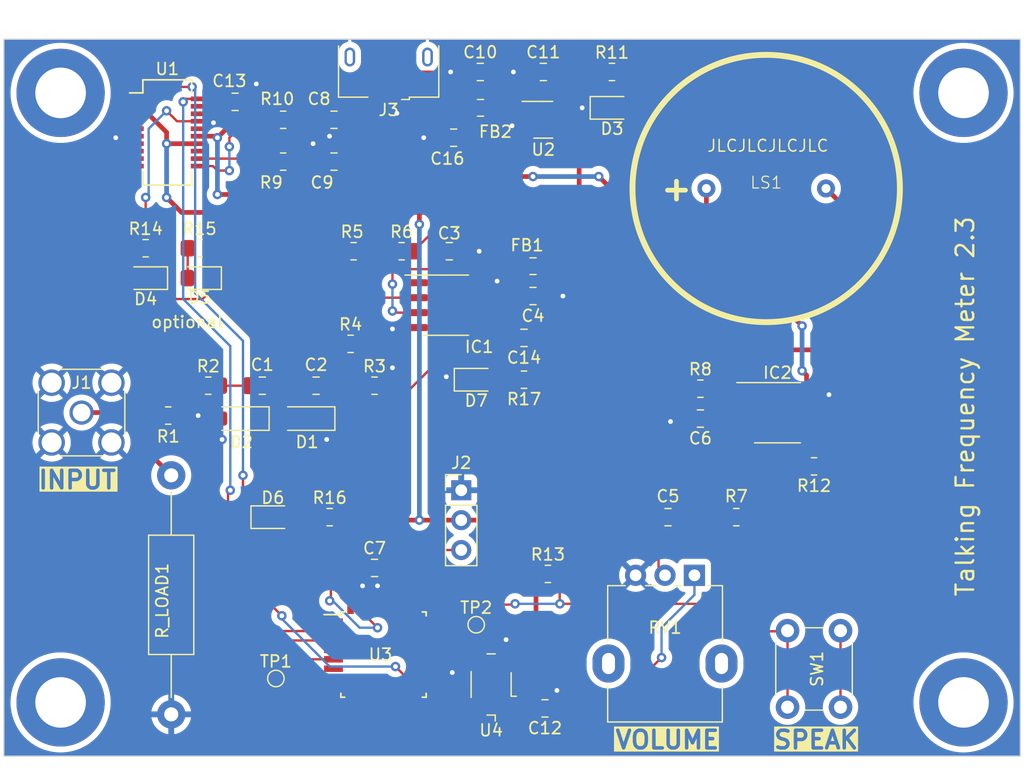
<source format=kicad_pcb>
(kicad_pcb (version 20221018) (generator pcbnew)
  (layers (0 "F.Cu" signal) (31 "B.Cu" signal) (34 "B.Paste" user) (35 "F.Paste" user) (36 "B.SilkS" user "B.Silkscreen") (37 "F.SilkS" user "F.Silkscreen") (38 "B.Mask" user) (39 "F.Mask" user) (44 "Edge.Cuts" user))
  (net 0 "")
  (net 1 "Net-(D1-A)")
  (net 2 "Net-(C1-Pad2)")
  (net 3 "Net-(IC1--IN)")
  (net 4 "Net-(IC1-+IN)")
  (net 5 "GND")
  (net 6 "Net-(IC1-V+)")
  (net 7 "Net-(C5-Pad1)")
  (net 8 "Net-(C5-Pad2)")
  (net 9 "Net-(IC2-+IN)")
  (net 10 "VCC")
  (net 11 "Net-(C8-Pad1)")
  (net 12 "Net-(C9-Pad2)")
  (net 13 "+5V")
  (net 14 "Net-(C14-Pad1)")
  (net 15 "COMP_OUT")
  (net 16 "Net-(C16-Pad2)")
  (net 17 "Net-(D3-A)")
  (net 18 "Net-(D4-K)")
  (net 19 "Net-(D4-A)")
  (net 20 "Net-(D5-K)")
  (net 21 "Net-(D5-A)")
  (net 22 "Net-(D6-K)")
  (net 23 "Net-(D6-A)")
  (net 24 "Net-(D7-A)")
  (net 27 "Net-(IC2-SHUTDOWN)")
  (net 28 "Net-(IC2--IN)")
  (net 29 "Net-(IC2-VO1)")
  (net 30 "Net-(IC2-VO2)")
  (net 31 "Net-(J1-In)")
  (net 32 "Net-(J2-Pin_3)")
  (net 34 "Net-(U1-USBDM)")
  (net 35 "Net-(U1-USBDP)")
  (net 36 "Net-(U3-PF5)")
  (net 37 "DAC")
  (net 38 "unconnected-(SW1-Pad1)")
  (net 39 "Net-(U3-PA7)")
  (net 40 "Net-(U3-XTAL32K1{slash}PF0)")
  (net 43 "MCU_TX")
  (net 51 "MCU_RX")
  (footprint "MountingHole:MountingHole_4.3mm_M4_DIN965_Pad" (layer "F.Cu") (at 55.626 55.372)
    (fp_text reference "H1" hide)
    (fp_text value "MountingHole")
  )
  (footprint "Resistor_THT:R_Axial_DIN0411_L9.9mm_D3.6mm_P20.32mm_Horizontal" (layer "F.Cu") (at 65.024 87.884 -90)
    (fp_text reference "R_LOAD1")
    (fp_text value "50")
  )
  (footprint "LED_SMD:LED_0805_2012Metric_Pad1.15x1.40mm_HandSolder" (layer "F.Cu") (at 67.424 71.12 180)
    (fp_text reference "D5")
    (fp_text value "TX_LED")
  )
  (footprint "Inductor_SMD:L_0805_2012Metric_Pad1.15x1.40mm_HandSolder" (layer "F.Cu") (at 95.758 70.104 180)
    (fp_text reference "FB1")
    (fp_text value "Ferrite")
  )
  (footprint "Resistor_SMD:R_0805_2012Metric_Pad1.20x1.40mm_HandSolder" (layer "F.Cu") (at 82.296 80.264)
    (fp_text reference "R3")
    (fp_text value "10k")
  )
  (footprint "LED_SMD:LED_0805_2012Metric_Pad1.15x1.40mm_HandSolder" (layer "F.Cu") (at 102.476 56.642)
    (fp_text reference "D3")
    (fp_text value "LED_PWR")
  )
  (footprint "Package_TO_SOT_SMD:SOT-23-5" (layer "F.Cu") (at 96.634 57.658)
    (fp_text reference "U2")
    (fp_text value "AP2112K-3.3")
  )
  (footprint "Resistor_SMD:R_0805_2012Metric_Pad1.20x1.40mm_HandSolder" (layer "F.Cu") (at 67.424 68.58)
    (fp_text reference "R15")
    (fp_text value "10k")
  )
  (footprint "Resistor_SMD:R_0805_2012Metric_Pad1.20x1.40mm_HandSolder" (layer "F.Cu") (at 74.536 57.658)
    (fp_text reference "R10")
    (fp_text value "27")
  )
  (footprint "Resistor_SMD:R_0805_2012Metric_Pad1.20x1.40mm_HandSolder" (layer "F.Cu") (at 78.486 91.44)
    (fp_text reference "R16")
    (fp_text value "10k")
  )
  (footprint "Package_SO:SSOP-20_3.9x8.7mm_P0.635mm" (layer "F.Cu") (at 64.69 58.7375)
    (fp_text reference "U1")
    (fp_text value "FT231XS")
  )
  (footprint "Capacitor_SMD:C_0805_2012Metric_Pad1.18x1.45mm_HandSolder" (layer "F.Cu") (at 107.2255 91.44 180)
    (fp_text reference "C5")
    (fp_text value ".1u")
  )
  (footprint "Capacitor_SMD:C_0805_2012Metric_Pad1.18x1.45mm_HandSolder" (layer "F.Cu") (at 95.758 72.644 180)
    (fp_text reference "C4")
    (fp_text value ".1u")
  )
  (footprint "Resistor_SMD:R_0805_2012Metric_Pad1.20x1.40mm_HandSolder" (layer "F.Cu") (at 113.03 91.44 180)
    (fp_text reference "R7")
    (fp_text value "10k")
  )
  (footprint "Package_QFP:TQFP-32_7x7mm_P0.8mm" (layer "F.Cu") (at 83.058 103.124)
    (fp_text reference "U3")
    (fp_text value "AVR64DD32")
  )
  (footprint "Resistor_SMD:R_0805_2012Metric_Pad1.20x1.40mm_HandSolder" (layer "F.Cu") (at 80.264 76.708)
    (fp_text reference "R4")
    (fp_text value "10k")
  )
  (footprint "Connector_USB:USB_Micro-B_Amphenol_10118193-0001LF_Horizontal" (layer "F.Cu") (at 83.496 52.324 180)
    (fp_text reference "J3")
    (fp_text value "UJ2-MIBH-G-SMT-TR")
  )
  (footprint "Package_SO:SOIC-8-1EP_3.9x4.9mm_P1.27mm_EP2.29x3mm" (layer "F.Cu") (at 116.524 82.562)
    (fp_text reference "IC2")
    (fp_text value "LM4862MX_NOPB")
  )
  (footprint "Package_SO:SOIC-8-1EP_3.9x4.9mm_P1.27mm_EP2.29x3mm" (layer "F.Cu") (at 88.33 73.418)
    (fp_text reference "IC1")
    (fp_text value "TLV3501AIDR")
  )
  (footprint "Capacitor_SMD:C_0805_2012Metric_Pad1.18x1.45mm_HandSolder" (layer "F.Cu") (at 89.014 59.182)
    (fp_text reference "C16")
    (fp_text value ".1u")
  )
  (footprint "MountingHole:MountingHole_4.3mm_M4_DIN965_Pad" (layer "F.Cu") (at 55.626 107.188)
    (fp_text reference "H3" hide)
    (fp_text value "MountingHole")
  )
  (footprint "MountingHole:MountingHole_4.3mm_M4_DIN965_Pad" (layer "F.Cu") (at 132.334 55.372)
    (fp_text reference "H2" hide)
    (fp_text value "MountingHole")
  )
  (footprint "Resistor_SMD:R_0805_2012Metric_Pad1.20x1.40mm_HandSolder" (layer "F.Cu") (at 97.028 96.266)
    (fp_text reference "R13")
    (fp_text value "10k")
  )
  (footprint "Resistor_SMD:R_0805_2012Metric_Pad1.20x1.40mm_HandSolder" (layer "F.Cu") (at 109.982 80.518)
    (fp_text reference "R8")
    (fp_text value "10k")
  )
  (footprint "Capacitor_SMD:C_0805_2012Metric_Pad1.18x1.45mm_HandSolder" (layer "F.Cu") (at 96.774 107.696 180)
    (fp_text reference "C12")
    (fp_text value ".1u")
  )
  (footprint "Capacitor_SMD:C_0805_2012Metric_Pad1.18x1.45mm_HandSolder" (layer "F.Cu") (at 77.33 80.264 180)
    (fp_text reference "C2")
    (fp_text value ".1u")
  )
  (footprint "TestPoint:TestPoint_Pad_D1.0mm" (layer "F.Cu") (at 90.932 100.584)
    (fp_text reference "TP2")
    (fp_text value "10MHz")
  )
  (footprint "LED_SMD:LED_0805_2012Metric_Pad1.15x1.40mm_HandSolder" (layer "F.Cu") (at 90.932 79.756)
    (fp_text reference "D7")
    (fp_text value "LED_SIG")
  )
  (footprint "Resistor_SMD:R_0805_2012Metric_Pad1.20x1.40mm_HandSolder" (layer "F.Cu") (at 74.536 61.214 180)
    (fp_text reference "R9")
    (fp_text value "27")
  )
  (footprint "Capacitor_SMD:C_0805_2012Metric_Pad1.18x1.45mm_HandSolder" (layer "F.Cu") (at 109.982 83.058 180)
    (fp_text reference "C6")
    (fp_text value ".1u")
  )
  (footprint "Potentiometer_THT:Potentiometer_Alpha_RD901F-40-00D_Single_Vertical" (layer "F.Cu") (at 109.474 96.383 -90)
    (fp_text reference "RV1")
    (fp_text value "R_VOL")
  )
  (footprint "Inductor_SMD:L_0805_2012Metric_Pad1.15x1.40mm_HandSolder" (layer "F.Cu") (at 91.3 56.642 180)
    (fp_text reference "FB2")
    (fp_text value "Ferrite")
  )
  (footprint "TestPoint:TestPoint_Pad_D1.0mm" (layer "F.Cu") (at 73.914 105.156)
    (fp_text reference "TP1")
    (fp_text value "CKOUT")
  )
  (footprint "Resistor_SMD:R_0805_2012Metric_Pad1.20x1.40mm_HandSolder" (layer "F.Cu") (at 119.634 87.122 180)
    (fp_text reference "R12")
    (fp_text value "10k")
  )
  (footprint "Oscillator:Oscillator_SMD_Fox_FT5H_5.0x3.2mm" (layer "F.Cu") (at 92.202 105.664 180)
    (fp_text reference "U4")
    (fp_text value "FT5HV")
  )
  (footprint "LED_SMD:LED_0805_2012Metric_Pad1.15x1.40mm_HandSolder" (layer "F.Cu") (at 73.66 91.44)
    (fp_text reference "D6")
    (fp_text value "LED_STATUS")
  )
  (footprint "Resistor_SMD:R_0805_2012Metric_Pad1.20x1.40mm_HandSolder" (layer "F.Cu") (at 64.77 82.804)
    (fp_text reference "R1")
    (fp_text value "100k")
  )
  (footprint "Resistor_SMD:R_0805_2012Metric_Pad1.20x1.40mm_HandSolder" (layer "F.Cu") (at 94.996 79.756 180)
    (fp_text reference "R17")
    (fp_text value "10k")
  )
  (footprint "Capacitor_SMD:C_0805_2012Metric_Pad1.18x1.45mm_HandSolder" (layer "F.Cu") (at 72.758 80.264 180)
    (fp_text reference "C1")
    (fp_text value ".1u")
  )
  (footprint "Capacitor_SMD:C_0805_2012Metric_Pad1.18x1.45mm_HandSolder" (layer "F.Cu") (at 78.854 57.658 180)
    (fp_text reference "C8")
    (fp_text value "47p")
  )
  (footprint "Capacitor_SMD:C_0805_2012Metric_Pad1.18x1.45mm_HandSolder" (layer "F.Cu") (at 91.2785 53.594)
    (fp_text reference "C10")
    (fp_text value ".1u")
  )
  (footprint "Resistor_SMD:R_0805_2012Metric_Pad1.20x1.40mm_HandSolder" (layer "F.Cu") (at 102.467 53.594)
    (fp_text reference "R11")
    (fp_text value "10k")
  )
  (footprint "Capacitor_SMD:C_0805_2012Metric_Pad1.18x1.45mm_HandSolder" (layer "F.Cu") (at 88.646 68.834)
    (fp_text reference "C3")
    (fp_text value ".1u")
  )
  (footprint "Resistor_SMD:R_0805_2012Metric_Pad1.20x1.40mm_HandSolder" (layer "F.Cu") (at 62.852 68.58)
    (fp_text reference "R14")
    (fp_text value "10k")
  )
  (footprint "Capacitor_SMD:C_0805_2012Metric_Pad1.18x1.45mm_HandSolder" (layer "F.Cu") (at 94.996 76.2 180)
    (fp_text reference "C14")
    (fp_text value ".1u")
  )
  (footprint "MountingHole:MountingHole_4.3mm_M4_DIN965_Pad" (layer "F.Cu") (at 132.334 107.188)
    (fp_text reference "H4" hide)
    (fp_text value "MountingHole")
  )
  (footprint "Connector_Coaxial:SMA_Amphenol_132134_Vertical" (layer "F.Cu") (at 57.404 82.55)
    (fp_text reference "J1")
    (fp_text value "Conn_Coaxial")
  )
  (footprint "Diode_SMD:D_SOD-123" (layer "F.Cu") (at 70.98 83.058 180)
    (fp_text reference "D2")
    (fp_text value "D")
  )
  (footprint "Resistor_SMD:R_0805_2012Metric_Pad1.20x1.40mm_HandSolder" (layer "F.Cu") (at 68.17 80.264)
    (fp_text reference "R2")
    (fp_text value "1k")
  )
  (footprint "Capacitor_SMD:C_0805_2012Metric_Pad1.18x1.45mm_HandSolder" (layer "F.Cu") (at 96.634 53.594)
    (fp_text reference "C11")
    (fp_text value ".1u")
  )
  (footprint "Connector_PinHeader_2.54mm:PinHeader_1x03_P2.54mm_Vertical" (layer "F.Cu") (at 89.662 89.154)
    (fp_text reference "J2")
    (fp_text value "PROG")
  )
  (footprint "Button_Switch_THT:SW_PUSH_6mm_H5mm" (layer "F.Cu") (at 121.884 101.092 -90)
    (fp_text reference "SW1")
    (fp_text value "SW_MEC_5E")
  )
  (footprint "Resistor_SMD:R_0805_2012Metric_Pad1.20x1.40mm_HandSolder" (layer "F.Cu") (at 80.518 68.834 180)
    (fp_text reference "R5")
    (fp_text value "10k")
  )
  (footprint "Capacitor_SMD:C_0805_2012Metric_Pad1.18x1.45mm_HandSolder" (layer "F.Cu") (at 82.296 95.758)
    (fp_text reference "C7")
    (fp_text value ".1u")
  )
  (footprint "Diode_SMD:D_SOD-123" (layer "F.Cu") (at 76.568 83.058 180)
    (fp_text reference "D1")
    (fp_text value "D")
  )
  (footprint "LED_SMD:LED_0805_2012Metric_Pad1.15x1.40mm_HandSolder" (layer "F.Cu") (at 62.852 71.12 180)
    (fp_text reference "D4")
    (fp_text value "RX_LED")
  )
  (footprint "Library:speaker SM231508" (layer "F.Cu") (at 115.57 63.5)
    (fp_text reference "LS1")
    (fp_text value "Speaker")
  )
  (footprint "Capacitor_SMD:C_0805_2012Metric_Pad1.18x1.45mm_HandSolder" (layer "F.Cu") (at 70.4505 56.134 180)
    (fp_text reference "C13")
    (fp_text value ".1u")
  )
  (footprint "Resistor_SMD:R_0805_2012Metric_Pad1.20x1.40mm_HandSolder" (layer "F.Cu") (at 84.598 68.834 180)
    (fp_text reference "R6")
    (fp_text value "10k")
  )
  (footprint "Capacitor_SMD:C_0805_2012Metric_Pad1.18x1.45mm_HandSolder" (layer "F.Cu") (at 78.854 61.214)
    (fp_text reference "C9")
    (fp_text value "47p")
  )
  (gr_rect (start 50.8 50.8) (end 137.16 111.76) (stroke (width 0.1)) (fill none) (layer "Edge.Cuts"))
  (gr_text "optional" (at 63.246 75.438) (layer "F.SilkS") (effects (font (size 1 1)) (justify left bottom)))
  (gr_text "SPEAK" (at 116.078 111.252) (layer "F.SilkS" knockout) (effects (font (size 1.5 1.5) (thickness 0.3) bold) (justify left bottom)))
  (gr_text "VOLUME" (at 102.616 111.252) (layer "F.SilkS" knockout) (effects (font (size 1.5 1.5) (thickness 0.3) bold) (justify left bottom)))
  (gr_text "INPUT" (at 53.594 89.154) (layer "F.SilkS" knockout) (effects (font (size 1.5 1.5) (thickness 0.3) bold) (justify left bottom)))
  (gr_text "JLCJLCJLCJLC" (at 110.49 60.452) (layer "F.SilkS") (effects (font (size 1 1) (thickness 0.125)) (justify left bottom)))
  (gr_text "Talking Frequency Meter 2.3" (at 133.35 98.298 90) (layer "F.SilkS") (effects (font (size 1.5 1.5) (thickness 0.2) bold) (justify left bottom)))
  (segment (start 76.2925 80.264) (end 73.7955 80.264) (width 0.2) (layer "F.Cu") (net 1))
  (segment (start 73.774 83.058) (end 74.918 83.058) (width 0.2) (layer "F.Cu") (net 1))
  (segment (start 73.7955 83.0365) (end 73.774 83.058) (width 0.2) (layer "F.Cu") (net 1))
  (segment (start 72.63 83.058) (end 73.774 83.058) (width 0.2) (layer "F.Cu") (net 1))
  (segment (start 73.7955 80.264) (end 73.7955 83.0365) (width 0.2) (layer "F.Cu") (net 1))
  (segment (start 69.17 80.264) (end 71.7205 80.264) (width 0.2) (layer "F.Cu") (net 2))
  (segment (start 81.264 76.708) (end 81.264 80.232) (width 0.2) (layer "F.Cu") (net 3))
  (segment (start 81.296 80.264) (end 78.3675 80.264) (width 0.2) (layer "F.Cu") (net 3))
  (segment (start 85.855 72.783) (end 82.411 72.783) (width 0.2) (layer "F.Cu") (net 3))
  (segment (start 82.411 72.783) (end 81.264 73.93) (width 0.2) (layer "F.Cu") (net 3))
  (segment (start 81.264 73.93) (end 81.264 76.708) (width 0.2) (layer "F.Cu") (net 3))
  (segment (start 81.264 80.232) (end 81.296 80.264) (width 0.2) (layer "F.Cu") (net 3))
  (segment (start 83.82 70.358) (end 87.122 70.358) (width 0.2) (layer "F.Cu") (net 4))
  (segment (start 87.6085 69.8715) (end 87.6085 68.834) (width 0.2) (layer "F.Cu") (net 4))
  (segment (start 81.518 68.834) (end 83.598 68.834) (width 0.2) (layer "F.Cu") (net 4))
  (segment (start 83.82 71.628) (end 83.82 70.358) (width 0.2) (layer "F.Cu") (net 4))
  (segment (start 85.855 74.053) (end 83.959 74.053) (width 0.2) (layer "F.Cu") (net 4))
  (segment (start 87.122 70.358) (end 87.6085 69.8715) (width 0.2) (layer "F.Cu") (net 4))
  (segment (start 83.959 74.053) (end 83.82 73.914) (width 0.2) (layer "F.Cu") (net 4))
  (segment (start 83.82 69.056) (end 83.82 70.358) (width 0.2) (layer "F.Cu") (net 4))
  (segment (start 83.598 68.834) (end 83.82 69.056) (width 0.2) (layer "F.Cu") (net 4))
  (via (at 83.82 73.914) (size 0.8) (drill 0.4) (layers "F.Cu" "B.Cu") (net 4))
  (via (at 83.82 71.628) (size 0.8) (drill 0.4) (layers "F.Cu" "B.Cu") (net 4))
  (segment (start 83.82 73.914) (end 83.82 71.628) (width 0.2) (layer "B.Cu") (net 4))
  (segment (start 67.31 82.804) (end 65.77 82.804) (width 0.2) (layer "F.Cu") (net 5))
  (segment (start 94.094 53.594) (end 95.5965 53.594) (width 0.2) (layer "F.Cu") (net 5))
  (segment (start 88.76 53.594) (end 90.241 53.594) (width 0.2) (layer "F.Cu") (net 5))
  (segment (start 97.8115 106.1935) (end 97.8115 107.696) (width 0.25) (layer "F.Cu") (net 5))
  (segment (start 62.09 59.055) (end 60.439 59.055) (width 0.4) (layer "F.Cu") (net 5))
  (segment (start 86.868 67.564) (end 88.4135 67.564) (width 0.2) (layer "F.Cu") (net 5))
  (segment (start 95.4965 57.658) (end 94.488 57.658) (width 0.2) (layer "F.Cu") (net 5))
  (segment (start 92.571 71.513) (end 90.805 71.513) (width 0.2) (layer "F.Cu") (net 5))
  (segment (start 84.146 57.0585) (end 84.146 54.999) (width 0.4) (layer "F.Cu") (net 5))
  (segment (start 88.576 104.324) (end 88.9 104.648) (width 0.2) (layer "F.Cu") (net 5))
  (segment (start 89.907 79.756) (end 88.646 79.756) (width 0.2) (layer "F.Cu") (net 5))
  (segment (start 101.451 56.642) (end 99.936 56.642) (width 0.2) (layer "F.Cu") (net 5))
  (segment (start 87.308 104.324) (end 88.576 104.324) (width 0.2) (layer "F.Cu") (net 5))
  (segment (start 83.82 75.438) (end 85.74 75.438) (width 0.2) (layer "F.Cu") (net 5))
  (segment (start 69.342 84.836) (end 69.342 83.07) (width 0.2) (layer "F.Cu") (net 5))
  (segment (start 78.218 83.058) (end 78.218 84.822) (width 0.2) (layer "F.Cu") (net 5))
  (segment (start 120.904 81.026) (end 120.003 81.927) (width 0.2) (layer "F.Cu") (net 5))
  (segment (start 94.488 57.658) (end 93.98 58.166) (width 0.2) (layer "F.Cu") (net 5))
  (segment (start 82.658 97.39) (end 82.55 97.282) (width 0.2) (layer "F.Cu") (net 5))
  (segment (start 93.472 101.854) (end 93.472 103.594) (width 0.2) (layer "F.Cu") (net 5))
  (segment (start 88.646 79.756) (end 88.392 79.502) (width 0.2) (layer "F.Cu") (net 5))
  (segment (start 69.342 83.07) (end 69.33 83.058) (width 0.2) (layer "F.Cu") (net 5))
  (segment (start 84.1955 57.108) (end 84.146 57.0585) (width 0.4) (layer "F.Cu") (net 5))
  (segment (start 84.146 54.999) (end 84.146 54.266893) (width 0.4) (layer "F.Cu") (net 5))
  (segment (start 93.472 103.594) (end 93.452 103.614) (width 0.2) (layer "F.Cu") (net 5))
  (segment (start 97.79 106.172) (end 97.8115 106.1935) (width 0.25) (layer "F.Cu") (net 5))
  (segment (start 82.658 98.874) (end 82.658 97.39) (width 0.2) (layer "F.Cu") (net 5))
  (segment (start 71.488 55.372) (end 72.25 54.61) (width 0.4) (layer "F.Cu") (net 5))
  (segment (start 84.146 54.266893) (end 84.738893 53.674) (width 0.4) (layer "F.Cu") (net 5))
  (segment (start 98.298 72.644) (end 96.7955 72.644) (width 0.25) (layer "F.Cu") (net 5))
  (segment (start 77.8165 58.3985) (end 77.8165 57.658) (width 0.2) (layer "F.Cu") (net 5))
  (segment (start 83.82 78.74) (end 83.82 79.74) (width 0.2) (layer "F.Cu") (net 5))
  (segment (start 92.71 71.374) (end 92.571 71.513) (width 0.2) (layer "F.Cu") (net 5))
  (segment (start 107.696 83.058) (end 107.442 83.312) (width 0.2) (layer "F.Cu") (net 5))
  (segment (start 78.473 59.055) (end 77.8165 58.3985) (width 0.2) (layer "F.Cu") (net 5))
  (segment (start 83.82 79.74) (end 83.296 80.264) (width 0.2) (layer "F.Cu") (net 5))
  (segment (start 81.28 97.282) (end 81.28 95.7795) (width 0.4) (layer "F.Cu") (net 5))
  (segment (start 90.92 71.628) (end 90.805 71.513) (width 0.2) (layer "F.Cu") (net 5))
  (segment (start 81.28 95.7795) (end 81.2585 95.758) (width 0.4) (layer "F.Cu") (net 5))
  (segment (start 68.1055 58.42) (end 67.29 58.42) (width 0.2) (layer "F.Cu") (net 5))
  (segment (start 87.9765 59.182) (end 86.474 59.182) (width 0.2) (layer "F.Cu") (net 5))
  (segment (start 120.003 81.927) (end 118.999 81.927) (width 0.2) (layer "F.Cu") (net 5))
  (segment (start 77.8165 60.4305) (end 77.8165 61.214) (width 0.2) (layer "F.Cu") (net 5))
  (segment (start 85.74 75.438) (end 85.855 75.323) (width 0.2) (layer "F.Cu") (net 5))
  (segment (start 68.6135 57.912) (end 68.1055 58.42) (width 0.2) (layer "F.Cu") (net 5))
  (segment (start 88.68 53.674) (end 88.76 53.594) (width 0.4) (layer "F.Cu") (net 5))
  (segment (start 88.4135 67.564) (end 89.6835 68.834) (width 0.2) (layer "F.Cu") (net 5))
  (segment (start 77.076 59.69) (end 77.8165 60.4305) (width 0.2) (layer "F.Cu") (net 5))
  (segment (start 108.9445 83.058) (end 107.696 83.058) (width 0.2) (layer "F.Cu") (net 5))
  (segment (start 78.218 84.822) (end 78.232 84.836) (width 0.2) (layer "F.Cu") (net 5))
  (segment (start 60.439 59.055) (end 60.312 59.182) (width 0.4) (layer "F.Cu") (net 5))
  (segment (start 71.488 56.134) (end 71.488 55.372) (width 0.4) (layer "F.Cu") (net 5))
  (segment (start 85.598 68.834) (end 86.868 67.564) (width 0.2) (layer "F.Cu") (net 5))
  (segment (start 91.186 68.834) (end 89.6835 68.834) (width 0.2) (layer "F.Cu") (net 5))
  (segment (start 84.738893 53.674) (end 88.68 53.674) (width 0.4) (layer "F.Cu") (net 5))
  (via (at 82.55 97.282) (size 0.8) (drill 0.4) (layers "F.Cu" "B.Cu") (net 5))
  (via (at 77.076 59.69) (size 0.8) (drill 0.4) (layers "F.Cu" "B.Cu") (net 5))
  (via (at 78.232 84.836) (size 0.8) (drill 0.4) (layers "F.Cu" "B.Cu") (net 5))
  (via (at 72.25 54.61) (size 0.8) (drill 0.4) (layers "F.Cu" "B.Cu") (net 5))
  (via (at 60.312 59.182) (size 0.8) (drill 0.4) (layers "F.Cu" "B.Cu") (net 5))
  (via (at 92.71 71.374) (size 0.8) (drill 0.4) (layers "F.Cu" "B.Cu") (net 5))
  (via (at 88.76 53.594) (size 0.8) (drill 0.4) (layers "F.Cu" "B.Cu") (net 5))
  (via (at 91.186 68.834) (size 0.8) (drill 0.4) (layers "F.Cu" "B.Cu") (net 5))
  (via (at 81.28 97.282) (size 0.8) (drill 0.4) (layers "F.Cu" "B.Cu") (net 5))
  (via (at 99.936 56.642) (size 0.8) (drill 0.4) (layers "F.Cu" "B.Cu") (net 5))
  (via (at 98.298 72.644) (size 0.8) (drill 0.4) (layers "F.Cu" "B.Cu") (net 5))
  (via (at 88.9 104.648) (size 0.8) (drill 0.4) (layers "F.Cu" "B.Cu") (net 5))
  (via (at 94.094 53.594) (size 0.8) (drill 0.4) (layers "F.Cu" "B.Cu") (net 5))
  (via (at 84.1955 57.108) (size 0.8) (drill 0.4) (layers "F.Cu" "B.Cu") (net 5))
  (via (at 88.392 79.502) (size 0.8) (drill 0.4) (layers "F.Cu" "B.Cu") (net 5))
  (via (at 97.79 106.172) (size 0.8) (drill 0.4) (layers "F.Cu" "B.Cu") (net 5))
  (via (at 67.31 82.804) (size 0.8) (drill 0.4) (layers "F.Cu" "B.Cu") (net 5))
  (via (at 107.442 83.312) (size 0.8) (drill 0.4) (layers "F.Cu" "B.Cu") (net 5))
  (via (at 83.82 78.74) (size 0.8) (drill 0.4) (layers "F.Cu" "B.Cu") (net 5))
  (via (at 120.904 81.026) (size 0.8) (drill 0.4) (layers "F.Cu" "B.Cu") (net 5))
  (via (at 68.6135 57.912) (size 0.8) (drill 0.4) (layers "F.Cu" "B.Cu") (net 5))
  (via (at 93.472 101.854) (size 0.8) (drill 0.4) (layers "F.Cu" "B.Cu") (net 5))
  (via (at 83.82 75.438) (size 0.8) (drill 0.4) (layers "F.Cu" "B.Cu") (net 5))
  (via (at 78.473 59.055) (size 0.8) (drill 0.4) (layers "F.Cu" "B.Cu") (net 5))
  (via (at 93.98 58.166) (size 0.8) (drill 0.4) (layers "F.Cu" "B.Cu") (net 5))
  (via (at 69.342 84.836) (size 0.8) (drill 0.4) (layers "F.Cu" "B.Cu") (net 5))
  (via (at 86.474 59.182) (size 0.8) (drill 0.4) (layers "F.Cu" "B.Cu") (net 5))
  (segment (start 90.805 72.783) (end 90.96 72.628) (width 0.2) (layer "F.Cu") (net 6))
  (segment (start 94.7205 72.644) (end 90.944 72.644) (width 0.4) (layer "F.Cu") (net 6))
  (segment (start 94.733 72.6315) (end 94.7205 72.644) (width 0.4) (layer "F.Cu") (net 6))
  (segment (start 94.733 70.104) (end 94.733 72.6315) (width 0.4) (layer "F.Cu") (net 6))
  (segment (start 90.944 72.644) (end 90.805 72.783) (width 0.4) (layer "F.Cu") (net 6))
  (segment (start 112.03 91.44) (end 108.263 91.44) (width 0.2) (layer "F.Cu") (net 7))
  (segment (start 106.426 91.678) (end 106.426 95.835) (width 0.2) (layer "F.Cu") (net 8))
  (segment (start 106.426 95.835) (end 106.974 96.383) (width 0.2) (layer "F.Cu") (net 8))
  (segment (start 106.188 91.44) (end 106.426 91.678) (width 0.2) (layer "F.Cu") (net 8))
  (segment (start 113.91 83.058) (end 114.049 83.197) (width 0.2) (layer "F.Cu") (net 9))
  (segment (start 114.049 81.927) (end 114.049 83.197) (width 0.2) (layer "F.Cu") (net 9))
  (segment (start 111.0195 83.058) (end 113.91 83.058) (width 0.2) (layer "F.Cu") (net 9))
  (segment (start 83.458 95.8825) (end 83.3335 95.758) (width 0.4) (layer "F.Cu") (net 10))
  (segment (start 93.452 107.714) (end 95.7185 107.714) (width 0.4) (layer "F.Cu") (net 10))
  (segment (start 97.7715 56.708) (end 98.224 56.708) (width 0.4) (layer "F.Cu") (net 10))
  (segment (start 83.458 98.874) (end 83.458 95.8825) (width 0.4) (layer "F.Cu") (net 10))
  (segment (start 99.682 64.148) (end 98.298 65.532) (width 0.4) (layer "F.Cu") (net 10))
  (segment (start 89.662 91.694) (end 96.012 91.694) (width 0.4) (layer "F.Cu") (net 10))
  (segment (start 97.6715 56.608) (end 97.7715 56.708) (width 0.4) (layer "F.Cu") (net 10))
  (segment (start 63.055 57.15) (end 62.09 57.15) (width 0.4) (layer "F.Cu") (net 10))
  (segment (start 63.852 68.58) (end 63.852 66.564) (width 0.2) (layer "F.Cu") (net 10))
  (segment (start 95.7185 107.714) (end 95.7365 107.696) (width 0.4) (layer "F.Cu") (net 10))
  (segment (start 68.424 68.58) (end 68.424 65.548) (width 0.2) (layer "F.Cu") (net 10))
  (segment (start 68.44 65.532) (end 65.9 65.532) (width 0.4) (layer "F.Cu") (net 10))
  (segment (start 79.74 91.694) (end 79.486 91.44) (width 0.4) (layer "F.Cu") (net 10))
  (segment (start 96.774 70.095) (end 96.783 70.104) (width 0.4) (layer "F.Cu") (net 10))
  (segment (start 79.264 65.548) (end 79.248 65.532) (width 0.2) (layer "F.Cu") (net 10))
  (segment (start 64.63 59.69) (end 64.63 58.725) (width 0.4) (layer "F.Cu") (net 10))
  (segment (start 96.012 91.694) (end 96.012 107.4205) (width 0.4) (layer "F.Cu") (net 10))
  (segment (start 95.758 65.532) (end 96.774 65.532) (width 0.4) (layer "F.Cu") (net 10))
  (segment (start 99.682 58.166) (end 99.682 64.148) (width 0.4) (layer "F.Cu") (net 10))
  (segment (start 86.106 91.694) (end 83.3335 91.694) (width 0.4) (layer "F.Cu") (net 10))
  (segment (start 95.758 65.532) (end 86.106 65.532) (width 0.4) (layer "F.Cu") (net 10))
  (segment (start 64.63 58.725) (end 63.055 57.15) (width 0.4) (layer "F.Cu") (net 10))
  (segment (start 97.6715 53.594) (end 97.6715 56.608) (width 0.4) (layer "F.Cu") (net 10))
  (segment (start 79.248 65.532) (end 68.44 65.532) (width 0.4) (layer "F.Cu") (net 10))
  (segment (start 90.952 107.714) (end 93.452 107.714) (width 0.4) (layer "F.Cu") (net 10))
  (segment (start 83.3335 91.694) (end 83.3335 95.758) (width 0.4) (layer "F.Cu") (net 10))
  (segment (start 68.424 65.548) (end 68.44 65.532) (width 0.2) (layer "F.Cu") (net 10))
  (segment (start 65.9 65.532) (end 65.392 65.024) (width 0.4) (layer "F.Cu") (net 10))
  (segment (start 86.106 65.532) (end 79.248 65.532) (width 0.4) (layer "F.Cu") (net 10))
  (segment (start 96.774 65.532) (end 96.774 70.095) (width 0.4) (layer "F.Cu") (net 10))
  (segment (start 97.6715 53.594) (end 101.467 53.594) (width 0.4) (layer "F.Cu") (net 10))
  (segment (start 64.63 59.69) (end 67.29 59.69) (width 0.4) (layer "F.Cu") (net 10))
  (segment (start 83.3335 91.694) (end 79.74 91.694) (width 0.4) (layer "F.Cu") (net 10))
  (segment (start 98.298 65.532) (end 95.758 65.532) (width 0.4) (layer "F.Cu") (net 10))
  (segment (start 86.106 91.694) (end 89.662 91.694) (width 0.4) (layer "F.Cu") (net 10))
  (segment (start 65.392 65.024) (end 64.63 64.262) (width 0.4) (layer "F.Cu") (net 10))
  (segment (start 98.224 56.708) (end 99.682 58.166) (width 0.4) (layer "F.Cu") (net 10))
  (segment (start 79.264 76.708) (end 79.264 65.548) (width 0.2) (layer "F.Cu") (net 10))
  (segment (start 86.106 66.548) (end 86.106 65.532) (width 0.4) (layer "F.Cu") (net 10))
  (segment (start 63.852 66.564) (end 65.392 65.024) (width 0.2) (layer "F.Cu") (net 10))
  (segment (start 96.012 107.4205) (end 95.7365 107.696) (width 0.4) (layer "F.Cu") (net 10))
  (via (at 86.106 91.694) (size 0.8) (drill 0.4) (layers "F.Cu" "B.Cu") (net 10))
  (via (at 64.63 64.262) (size 0.8) (drill 0.4) (layers "F.Cu" "B.Cu") (net 10))
  (via (at 86.106 66.548) (size 0.8) (drill 0.4) (layers "F.Cu" "B.Cu") (net 10))
  (via (at 64.63 59.69) (size 0.8) (drill 0.4) (layers "F.Cu" "B.Cu") (net 10))
  (segment (start 64.63 64.262) (end 64.63 59.69) (width 0.4) (layer "B.Cu") (net 10))
  (segment (start 86.106 66.548) (end 86.106 91.694) (width 0.4) (layer "B.Cu") (net 10))
  (segment (start 82.846 56.968) (end 82.846 54.999) (width 0.2) (layer "F.Cu") (net 11))
  (segment (start 79.8915 57.658) (end 79.8915 57.4255) (width 0.2) (layer "F.Cu") (net 11))
  (segment (start 79.8915 57.658) (end 82.156 57.658) (width 0.2) (layer "F.Cu") (net 11))
  (segment (start 78.854 56.388) (end 76.806 56.388) (width 0.2) (layer "F.Cu") (net 11))
  (segment (start 76.806 56.388) (end 75.536 57.658) (width 0.2) (layer "F.Cu") (net 11))
  (segment (start 82.156 57.658) (end 82.846 56.968) (width 0.2) (layer "F.Cu") (net 11))
  (segment (start 79.8915 57.4255) (end 78.854 56.388) (width 0.2) (layer "F.Cu") (net 11))
  (segment (start 83.496 57.6095) (end 83.496 54.999) (width 0.2) (layer "F.Cu") (net 12))
  (segment (start 79.8915 61.214) (end 78.6215 62.484) (width 0.2) (layer "F.Cu") (net 12))
  (segment (start 78.6215 62.484) (end 76.806 62.484) (width 0.2) (layer "F.Cu") (net 12))
  (segment (start 79.8915 61.214) (end 83.496 57.6095) (width 0.2) (layer "F.Cu") (net 12))
  (segment (start 76.806 62.484) (end 75.536 61.214) (width 0.2) (layer "F.Cu") (net 12))
  (segment (start 95.758 62.484) (end 92.456 62.484) (width 0.4) (layer "F.Cu") (net 13))
  (segment (start 96.559 57.280183) (end 96.559 58.035817) (width 0.4) (layer "F.Cu") (net 13))
  (segment (start 108.966 70.104) (end 108.966 77.216) (width 0.4) (layer "F.Cu") (net 13))
  (segment (start 96.559 58.035817) (end 95.986817 58.608) (width 0.4) (layer "F.Cu") (net 13))
  (segment (start 95.4965 56.708) (end 95.986817 56.708) (width 0.4) (layer "F.Cu") (net 13))
  (segment (start 91.751 61.779) (end 92.325 61.205) (width 0.4) (layer "F.Cu") (net 13))
  (segment (start 92.325 61.205) (end 92.325 56.642) (width 0.4) (layer "F.Cu") (net 13))
  (segment (start 67.29 59.055) (end 68.821 59.055) (width 0.4) (layer "F.Cu") (net 13))
  (segment (start 68.821 59.055) (end 68.948 59.182) (width 0.4) (layer "F.Cu") (net 13))
  (segment (start 92.456 62.484) (end 91.751 61.779) (width 0.4) (layer "F.Cu") (net 13))
  (segment (start 95.986817 58.608) (end 95.4965 58.608) (width 0.4) (layer "F.Cu") (net 13))
  (segment (start 122.682 81.28) (end 120.765 83.197) (width 0.4) (layer "F.Cu") (net 13))
  (segment (start 122.682 78.994) (end 122.682 81.28) (width 0.4) (layer "F.Cu") (net 13))
  (segment (start 92.316 53.594) (end 92.316 56.633) (width 0.4) (layer "F.Cu") (net 13))
  (segment (start 120.904 77.216) (end 122.682 78.994) (width 0.4) (layer "F.Cu") (net 13))
  (segment (start 69.413 56.134) (end 69.71 56.431) (width 0.4) (layer "F.Cu") (net 13))
  (segment (start 69.71 58.42) (end 68.948 59.182) (width 0.4) (layer "F.Cu") (net 13))
  (segment (start 68.948 64.008) (end 89.522 64.008) (width 0.4) (layer "F.Cu") (net 13))
  (segment (start 92.325 56.642) (end 95.4305 56.642) (width 0.4) (layer "F.Cu") (net 13))
  (segment (start 108.966 77.216) (end 120.904 77.216) (width 0.4) (layer "F.Cu") (net 13))
  (segment (start 95.4305 56.642) (end 95.4965 56.708) (width 0.4) (layer "F.Cu") (net 13))
  (segment (start 108.982 77.232) (end 108.966 77.216) (width 0.2) (layer "F.Cu") (net 13))
  (segment (start 95.986817 56.708) (end 96.559 57.280183) (width 0.4) (layer "F.Cu") (net 13))
  (segment (start 69.71 56.431) (end 69.71 58.42) (width 0.4) (layer "F.Cu") (net 13))
  (segment (start 101.346 62.484) (end 108.966 70.104) (width 0.4) (layer "F.Cu") (net 13))
  (segment (start 92.316 56.633) (end 92.325 56.642) (width 0.4) (layer "F.Cu") (net 13))
  (segment (start 120.765 83.197) (end 118.999 83.197) (width 0.4) (layer "F.Cu") (net 13))
  (segment (start 108.982 80.518) (end 108.982 77.232) (width 0.2) (layer "F.Cu") (net 13))
  (segment (start 89.522 64.008) (end 91.751 61.779) (width 0.4) (layer "F.Cu") (net 13))
  (via (at 101.346 62.484) (size 0.8) (drill 0.4) (layers "F.Cu" "B.Cu") (net 13))
  (via (at 95.758 62.484) (size 0.8) (drill 0.4) (layers "F.Cu" "B.Cu") (net 13))
  (via (at 68.948 64.008) (size 0.8) (drill 0.4) (layers "F.Cu" "B.Cu") (net 13))
  (via (at 68.948 59.182) (size 0.8) (drill 0.4) (layers "F.Cu" "B.Cu") (net 13))
  (segment (start 101.346 62.484) (end 95.758 62.484) (width 0.4) (layer "B.Cu") (net 13))
  (segment (start 68.948 64.008) (end 68.948 59.182) (width 0.4) (layer "B.Cu") (net 13))
  (segment (start 95.996 76.2375) (end 96.0335 76.2) (width 0.2) (layer "F.Cu") (net 14))
  (segment (start 95.996 79.756) (end 95.996 76.2375) (width 0.2) (layer "F.Cu") (net 14))
  (segment (start 90.805 74.053) (end 93.103 74.053) (width 0.2) (layer "F.Cu") (net 15))
  (segment (start 78.586 87.276) (end 87.884 77.978) (width 0.2) (layer "F.Cu") (net 15))
  (segment (start 78.486 98.552) (end 78.586 98.452) (width 0.2) (layer "F.Cu") (net 15))
  (segment (start 81.858 100.146) (end 81.858 98.874) (width 0.2) (layer "F.Cu") (net 15))
  (segment (start 93.9585 74.9085) (end 93.9585 76.2) (width 0.2) (layer "F.Cu") (net 15))
  (segment (start 78.586 98.452) (end 78.586 87.276) (width 0.2) (layer "F.Cu") (net 15))
  (segment (start 93.103 74.053) (end 93.9585 74.9085) (width 0.2) (layer "F.Cu") (net 15))
  (segment (start 82.55 100.838) (end 81.858 100.146) (width 0.2) (layer "F.Cu") (net 15))
  (segment (start 92.1805 77.978) (end 93.9585 76.2) (width 0.2) (layer "F.Cu") (net 15))
  (segment (start 87.884 77.978) (end 92.1805 77.978) (width 0.2) (layer "F.Cu") (net 15))
  (via (at 78.486 98.552) (size 0.8) (drill 0.4) (layers "F.Cu" "B.Cu") (net 15))
  (via (at 82.55 100.838) (size 0.8) (drill 0.4) (layers "F.Cu" "B.Cu") (net 15))
  (segment (start 81.026 100.838) (end 82.55 100.838) (width 0.2) (layer "B.Cu") (net 15))
  (segment (start 78.486 98.552) (end 78.74 98.552) (width 0.2) (layer "B.Cu") (net 15))
  (segment (start 78.74 98.552) (end 81.026 100.838) (width 0.2) (layer "B.Cu") (net 15))
  (segment (start 90.275 56.642) (end 90.275 58.9585) (width 0.4) (layer "F.Cu") (net 16))
  (segment (start 85.458 56.896) (end 90.021 56.896) (width 0.4) (layer "F.Cu") (net 16))
  (segment (start 90.275 58.9585) (end 90.0515 59.182) (width 0.4) (layer "F.Cu") (net 16))
  (segment (start 84.796 56.234) (end 85.458 56.896) (width 0.4) (layer "F.Cu") (net 16))
  (segment (start 90.021 56.896) (end 90.275 56.642) (width 0.4) (layer "F.Cu") (net 16))
  (segment (start 84.796 54.999) (end 84.796 56.234) (width 0.4) (layer "F.Cu") (net 16))
  (segment (start 103.501 53.628) (end 103.467 53.594) (width 0.2) (layer "F.Cu") (net 17))
  (segment (start 103.501 56.642) (end 103.501 53.628) (width 0.2) (layer "F.Cu") (net 17))
  (segment (start 65.519 57.785) (end 64.63 56.896) (width 0.2) (layer "F.Cu") (net 18))
  (segment (start 62.852 64.262) (end 62.852 70.095) (width 0.2) (layer "F.Cu") (net 18))
  (segment (start 67.29 57.785) (end 65.519 57.785) (width 0.2) (layer "F.Cu") (net 18))
  (segment (start 62.852 70.095) (end 63.877 71.12) (width 0.2) (layer "F.Cu") (net 18))
  (via (at 64.63 56.896) (size 0.8) (drill 0.4) (layers "F.Cu" "B.Cu") (net 18))
  (via (at 62.852 64.262) (size 0.8) (drill 0.4) (layers "F.Cu" "B.Cu") (net 18))
  (segment (start 62.852 64.262) (end 63.106 64.008) (width 0.2) (layer "B.Cu") (net 18))
  (segment (start 63.106 64.008) (end 63.106 58.42) (width 0.2) (layer "B.Cu") (net 18))
  (segment (start 63.106 58.42) (end 64.63 56.896) (width 0.2) (layer "B.Cu") (net 18))
  (segment (start 61.852 68.58) (end 61.852 71.095) (width 0.2) (layer "F.Cu") (net 19))
  (segment (start 61.852 71.095) (end 61.827 71.12) (width 0.2) (layer "F.Cu") (net 19))
  (segment (start 60.312 71.882) (end 60.312 63.373) (width 0.2) (layer "F.Cu") (net 20))
  (segment (start 67.678 72.898) (end 61.328 72.898) (width 0.2) (layer "F.Cu") (net 20))
  (segment (start 61.328 72.898) (end 60.312 71.882) (width 0.2) (layer "F.Cu") (net 20))
  (segment (start 68.449 72.127) (end 67.678 72.898) (width 0.2) (layer "F.Cu") (net 20))
  (segment (start 68.449 71.12) (end 68.449 72.127) (width 0.2) (layer "F.Cu") (net 20))
  (segment (start 60.312 63.373) (end 62.09 61.595) (width 0.2) (layer "F.Cu") (net 20))
  (segment (start 66.424 71.095) (end 66.399 71.12) (width 0.2) (layer "F.Cu") (net 21))
  (segment (start 66.424 68.58) (end 66.424 71.095) (width 0.2) (layer "F.Cu") (net 21))
  (segment (start 84.074 104.14) (end 85.858 105.924) (width 0.2) (layer "F.Cu") (net 22))
  (segment (start 74.422 99.822) (end 72.39 97.79) (width 0.2) (layer "F.Cu") (net 22))
  (segment (start 72.39 91.685) (end 72.635 91.44) (width 0.2) (layer "F.Cu") (net 22))
  (segment (start 85.858 105.924) (end 87.308 105.924) (width 0.2) (layer "F.Cu") (net 22))
  (segment (start 72.39 97.79) (end 72.39 91.685) (width 0.2) (layer "F.Cu") (net 22))
  (via (at 84.074 104.14) (size 0.8) (drill 0.4) (layers "F.Cu" "B.Cu") (net 22))
  (via (at 74.422 99.822) (size 0.8) (drill 0.4) (layers "F.Cu" "B.Cu") (net 22))
  (segment (start 78.486 104.14) (end 84.074 104.14) (width 0.2) (layer "B.Cu") (net 22))
  (segment (start 74.422 99.822) (end 74.422 100.076) (width 0.2) (layer "B.Cu") (net 22))
  (segment (start 74.422 100.076) (end 78.486 104.14) (width 0.2) (layer "B.Cu") (net 22))
  (segment (start 77.486 91.44) (end 74.685 91.44) (width 0.2) (layer "F.Cu") (net 23))
  (segment (start 91.957 79.756) (end 93.996 79.756) (width 0.2) (layer "F.Cu") (net 24))
  (segment (start 113.91 80.518) (end 114.049 80.657) (width 0.2) (layer "F.Cu") (net 27))
  (segment (start 110.982 80.518) (end 113.91 80.518) (width 0.2) (layer "F.Cu") (net 27))
  (segment (start 114.316 87.122) (end 114.316 91.154) (width 0.2) (layer "F.Cu") (net 28))
  (segment (start 114.316 87.122) (end 114.316 84.734) (width 0.2) (layer "F.Cu") (net 28))
  (segment (start 114.316 91.154) (end 114.03 91.44) (width 0.2) (layer "F.Cu") (net 28))
  (segment (start 114.316 84.734) (end 114.049 84.467) (width 0.2) (layer "F.Cu") (net 28))
  (segment (start 118.634 87.122) (end 114.316 87.122) (width 0.2) (layer "F.Cu") (net 28))
  (segment (start 118.999 84.467) (end 120.65 84.467) (width 0.4) (layer "F.Cu") (net 29))
  (segment (start 124.206 67.056) (end 120.65 63.5) (width 0.4) (layer "F.Cu") (net 29))
  (segment (start 120.65 84.467) (end 121.781 84.467) (width 0.4) (layer "F.Cu") (net 29))
  (segment (start 124.206 82.042) (end 124.206 67.056) (width 0.4) (layer "F.Cu") (net 29))
  (segment (start 120.634 87.122) (end 120.65 87.106) (width 0.2) (layer "F.Cu") (net 29))
  (segment (start 121.781 84.467) (end 124.206 82.042) (width 0.4) (layer "F.Cu") (net 29))
  (segment (start 120.65 87.106) (end 120.65 84.467) (width 0.2) (layer "F.Cu") (net 29))
  (segment (start 118.618 75.184) (end 110.49 67.056) (width 0.4) (layer "F.Cu") (net 30))
  (segment (start 110.49 67.056) (end 110.49 63.5) (width 0.4) (layer "F.Cu") (net 30))
  (segment (start 118.999 79.375) (end 118.618 78.994) (width 0.4) (layer "F.Cu") (net 30))
  (segment (start 118.999 80.657) (end 118.999 79.375) (width 0.4) (layer "F.Cu") (net 30))
  (via (at 118.618 75.184) (size 0.8) (drill 0.4) (layers "F.Cu" "B.Cu") (net 30))
  (via (at 118.618 78.994) (size 0.8) (drill 0.4) (layers "F.Cu" "B.Cu") (net 30))
  (segment (start 118.618 78.994) (end 118.618 75.184) (width 0.4) (layer "B.Cu") (net 30))
  (segment (start 57.404 82.55) (end 63.516 82.55) (width 0.4) (layer "F.Cu") (net 31))
  (segment (start 65.024 87.884) (end 63.77 86.63) (width 0.4) (layer "F.Cu") (net 31))
  (segment (start 63.77 86.63) (end 63.77 82.804) (width 0.4) (layer "F.Cu") (net 31))
  (segment (start 63.77 82.804) (end 63.77 81.518) (width 0.2) (layer "F.Cu") (net 31))
  (segment (start 67.154 80.28) (end 67.17 80.264) (width 0.2) (layer "F.Cu") (net 31))
  (segment (start 63.516 82.55) (end 63.77 82.804) (width 0.4) (layer "F.Cu") (net 31))
  (segment (start 63.77 81.518) (end 65.024 80.264) (width 0.2) (layer "F.Cu") (net 31))
  (segment (start 65.024 80.264) (end 67.17 80.264) (width 0.2) (layer "F.Cu") (net 31))
  (segment (start 87.376 94.234) (end 84.258 97.352) (width 0.2) (layer "F.Cu") (net 32))
  (segment (start 84.258 97.352) (end 84.258 98.874) (width 0.2) (layer "F.Cu") (net 32))
  (segment (start 89.662 94.234) (end 87.376 94.234) (width 0.2) (layer "F.Cu") (net 32))
  (segment (start 73.536 61.214) (end 73.282 60.96) (width 0.2) (layer "F.Cu") (net 34))
  (segment (start 73.536 61.214) (end 73.028 60.706) (width 0.2) (layer "F.Cu") (net 34))
  (segment (start 73.282 60.96) (end 67.29 60.96) (width 0.2) (layer "F.Cu") (net 34))
  (segment (start 73.536 57.658) (end 71.488 57.658) (width 0.2) (layer "F.Cu") (net 35))
  (segment (start 69.964 61.976) (end 68.948 61.976) (width 0.2) (layer "F.Cu") (net 35))
  (segment (start 68.567 61.595) (end 67.29 61.595) (width 0.2) (layer "F.Cu") (net 35))
  (segment (start 68.948 61.976) (end 68.567 61.595) (width 0.2) (layer "F.Cu") (net 35))
  (segment (start 71.488 57.658) (end 69.964 59.182) (width 0.2) (layer "F.Cu") (net 35))
  (segment (start 69.964 59.182) (end 69.964 59.944) (width 0.2) (layer "F.Cu") (net 35))
  (via (at 69.964 61.976) (size 0.8) (drill 0.4) (layers "F.Cu" "B.Cu") (net 35))
  (via (at 69.964 59.944) (size 0.8) (drill 0.4) (layers "F.Cu" "B.Cu") (net 35))
  (segment (start 69.964 61.976) (end 69.964 59.944) (width 0.2) (layer "B.Cu") (net 35))
  (segment (start 117.384 107.592) (end 117.384 101.092) (width 0.2) (layer "F.Cu") (net 36))
  (segment (start 98.028 98.79) (end 98.028 96.266) (width 0.2) (layer "F.Cu") (net 36))
  (segment (start 98.044 98.806) (end 98.028 98.79) (width 0.2) (layer "F.Cu") (net 36))
  (segment (start 94.166 98.874) (end 94.234 98.806) (width 0.2) (layer "F.Cu") (net 36))
  (segment (start 85.858 98.874) (end 94.166 98.874) (width 0.2) (layer "F.Cu") (net 36))
  (segment (start 98.044 98.806) (end 112.522 98.806) (width 0.2) (layer "F.Cu") (net 36))
  (segment (start 114.86 101.144) (end 117.332 101.144) (width 0.2) (layer "F.Cu") (net 36))
  (segment (start 117.332 101.144) (end 117.384 101.092) (width 0.2) (layer "F.Cu") (net 36))
  (segment (start 112.522 98.806) (end 114.86 101.144) (width 0.2) (layer "F.Cu") (net 36))
  (via (at 94.234 98.806) (size 0.8) (drill 0.4) (layers "F.Cu" "B.Cu") (net 36))
  (via (at 98.044 98.806) (size 0.8) (drill 0.4) (layers "F.Cu" "B.Cu") (net 36))
  (segment (start 94.234 98.806) (end 98.044 98.806) (width 0.2) (layer "B.Cu") (net 36))
  (segment (start 106.68 103.378) (end 99.568 110.49) (width 0.2) (layer "F.Cu") (net 37))
  (segment (start 87.376 110.49) (end 85.858 108.972) (width 0.2) (layer "F.Cu") (net 37))
  (segment (start 99.568 110.49) (end 87.376 110.49) (width 0.2) (layer "F.Cu") (net 37))
  (segment (start 85.858 108.972) (end 85.858 107.374) (width 0.2) (layer "F.Cu") (net 37))
  (via (at 106.68 103.378) (size 0.8) (drill 0.4) (layers "F.Cu" "B.Cu") (net 37))
  (segment (start 109.474 98.044) (end 109.474 96.383) (width 0.2) (layer "B.Cu") (net 37))
  (segment (start 106.68 103.378) (end 106.68 100.838) (width 0.2) (layer "B.Cu") (net 37))
  (segment (start 106.68 100.838) (end 109.474 98.044) (width 0.2) (layer "B.Cu") (net 37))
  (segment (start 121.884 101.092) (end 121.884 107.592) (width 0.2) (layer "F.Cu") (net 38))
  (segment (start 78.808 103.524) (end 75.546 103.524) (width 0.2) (layer "F.Cu") (net 39))
  (segment (start 75.546 103.524) (end 73.914 105.156) (width 0.2) (layer "F.Cu") (net 39))
  (segment (start 90.952 103.614) (end 90.952 100.604) (width 0.2) (layer "F.Cu") (net 40))
  (segment (start 90.952 100.604) (end 90.932 100.584) (width 0.2) (layer "F.Cu") (net 40))
  (segment (start 87.398 103.614) (end 87.308 103.524) (width 0.2) (layer "F.Cu") (net 40))
  (segment (start 90.952 103.614) (end 87.398 103.614) (width 0.2) (layer "F.Cu") (net 40))
  (segment (start 60.706 55.372) (end 60.706 57.201) (width 0.2) (layer "F.Cu") (net 43))
  (segment (start 71.12 98.044) (end 74.2 101.124) (width 0.2) (layer "F.Cu") (net 43))
  (segment (start 71.12 87.884) (end 71.12 98.044) (width 0.2) (layer "F.Cu") (net 43))
  (segment (start 60.706 57.201) (end 61.29 57.785) (width 0.2) (layer "F.Cu") (net 43))
  (segment (start 61.214 54.864) (end 60.706 55.372) (width 0.2) (layer "F.Cu") (net 43))
  (segment (start 74.2 101.124) (end 78.808 101.124) (width 0.2) (layer "F.Cu") (net 43))
  (segment (start 66.802 54.864) (end 61.214 54.864) (width 0.2) (layer "F.Cu") (net 43))
  (segment (start 61.29 57.785) (end 62.09 57.785) (width 0.2) (layer "F.Cu") (net 43))
  (via (at 71.12 87.884) (size 0.8) (drill 0.4) (layers "F.Cu" "B.Cu") (net 43))
  (via (at 66.802 54.864) (size 0.8) (drill 0.4) (layers "F.Cu" "B.Cu") (net 43))
  (segment (start 67.056 55.118) (end 66.802 54.864) (width 0.2) (layer "B.Cu") (net 43))
  (segment (start 67.056 72.39) (end 67.056 55.118) (width 0.2) (layer "B.Cu") (net 43))
  (segment (start 71.12 87.884) (end 71.12 76.454) (width 0.2) (layer "B.Cu") (net 43))
  (segment (start 71.12 76.454) (end 67.056 72.39) (width 0.2) (layer "B.Cu") (net 43))
  (segment (start 69.85 98.298) (end 73.476 101.924) (width 0.2) (layer "F.Cu") (net 51))
  (segment (start 66.04 56.134) (end 66.294 55.88) (width 0.2) (layer "F.Cu") (net 51))
  (segment (start 73.476 101.924) (end 78.808 101.924) (width 0.2) (layer "F.Cu") (net 51))
  (segment (start 70.042 89.154) (end 69.85 89.346) (width 0.2) (layer "F.Cu") (net 51))
  (segment (start 69.85 89.346) (end 69.85 98.298) (width 0.2) (layer "F.Cu") (net 51))
  (segment (start 66.294 55.88) (end 67.29 55.88) (width 0.2) (layer "F.Cu") (net 51))
  (via (at 66.04 56.134) (size 0.8) (drill 0.4) (layers "F.Cu" "B.Cu") (net 51))
  (via (at 70.042 89.154) (size 0.8) (drill 0.4) (layers "F.Cu" "B.Cu") (net 51))
  (segment (start 66.04 72.898) (end 66.04 56.134) (width 0.2) (layer "B.Cu") (net 51))
  (segment (start 70.042 76.9) (end 66.04 72.898) (width 0.2) (layer "B.Cu") (net 51))
  (segment (start 70.042 89.154) (end 70.042 76.9) (width 0.2) (layer "B.Cu") (net 51))
  (zone (net 5) (net_name "GND") (layer "B.Cu") (priority 1) (connect_pads (clearance 0.5)) (min_thickness 0.25) (fill yes (thermal_gap 0.5) (thermal_bridge_width 0.5))
    (polygon (pts (xy 50.8 50.8) (xy 50.8 111.76) (xy 137.16 111.76) (xy 137.16 50.8)))
  )
)
</source>
